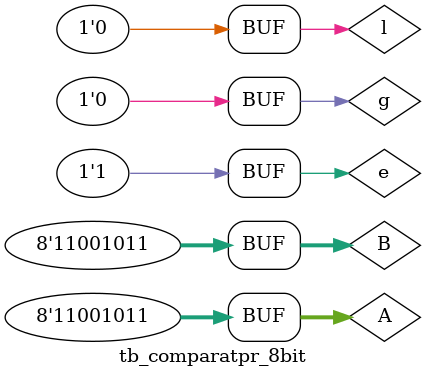
<source format=v>
`timescale 1ns / 1ps


module tb_comparatpr_8bit;

	// Inputs
	reg [7:0] A;
	reg [7:0] B;
	reg l;
	reg e;
	reg g;

	// Outputs
	wire lt;
	wire et;
	wire gt;

	// Instantiate the Unit Under Test (UUT)
	comparator_8bits uut (
		.A(A), 
		.B(B), 
		.l(l), 
		.e(e), 
		.g(g), 
		.lt(lt), 
		.et(et), 
		.gt(gt)
	);

	initial begin
		// Initialize Inputs
		A = 0;
		B = 0;
		l = 0;
		e = 0;
		g = 0;
		
		l = 1'b0;
		e = 1'b1;
		g = 1'b0;
		
		// Wait 100 ns for global reset to finish		
		A = 8'b00000000;
		B = 8'b00000000;
		#100;
		
		A = 8'b01001001;
		B = 8'b00100010;
		#100;
		
		A = 8'b01001011;
		B = 8'b10101011;
		#100;
		
		A = 8'b11001011;
		B = 8'b11001011;
		#100;
        
		// Add stimulus here

	end
      
endmodule


</source>
